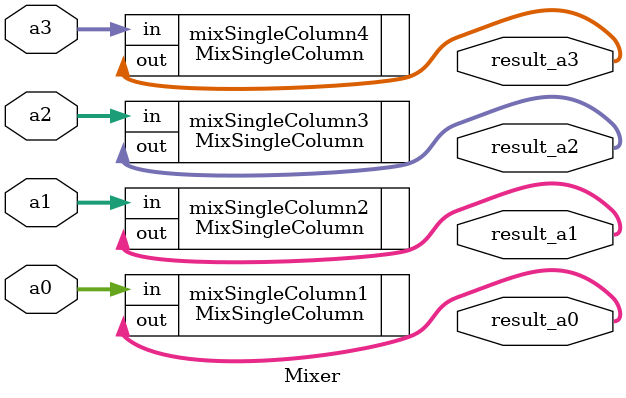
<source format=v>
 `include "matrix_multiplier/matrix_mult_col.v"
 module Mixer(
    input wire [31:0] a0,
    input wire [31:0] a1,
    input wire [31:0] a2,
    input wire [31:0] a3,
    output reg [31:0] result_a0,
    output reg [31:0] result_a1,
    output reg [31:0] result_a2,
    output reg [31:0] result_a3
 );

    MixSingleColumn mixSingleColumn1 (
        .in(a0),
        .out(result_a0)
    );

    MixSingleColumn mixSingleColumn2 (
        .in(a1),
        .out(result_a1)
    );

    MixSingleColumn mixSingleColumn3 (
        .in(a2),
        .out(result_a2)
    );

    MixSingleColumn mixSingleColumn4 (
        .in(a3),
        .out(result_a3)
    );

 endmodule

</source>
